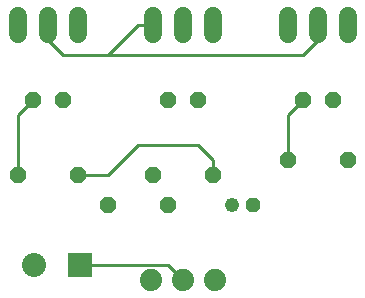
<source format=gbl>
G75*
G70*
%OFA0B0*%
%FSLAX24Y24*%
%IPPOS*%
%LPD*%
%AMOC8*
5,1,8,0,0,1.08239X$1,22.5*
%
%ADD10C,0.0600*%
%ADD11R,0.0800X0.0800*%
%ADD12C,0.0800*%
%ADD13OC8,0.0520*%
%ADD14OC8,0.0480*%
%ADD15C,0.0480*%
%ADD16C,0.0740*%
%ADD17C,0.0100*%
D10*
X001313Y010309D02*
X001313Y010909D01*
X002313Y010909D02*
X002313Y010309D01*
X003313Y010309D02*
X003313Y010909D01*
X005813Y010909D02*
X005813Y010309D01*
X006813Y010309D02*
X006813Y010909D01*
X007813Y010909D02*
X007813Y010309D01*
X010313Y010309D02*
X010313Y010909D01*
X011313Y010909D02*
X011313Y010309D01*
X012313Y010309D02*
X012313Y010909D01*
D11*
X003383Y002609D03*
D12*
X001865Y002609D03*
D13*
X004313Y004609D03*
X003313Y005609D03*
X001313Y005609D03*
X001813Y008109D03*
X002813Y008109D03*
X005813Y005609D03*
X006313Y004609D03*
X007813Y005609D03*
X010313Y006109D03*
X012313Y006109D03*
X011813Y008109D03*
X010813Y008109D03*
X007313Y008109D03*
X006313Y008109D03*
D14*
X009163Y004609D03*
D15*
X008463Y004609D03*
D16*
X007883Y002109D03*
X006813Y002109D03*
X005743Y002109D03*
D17*
X006313Y002609D02*
X003383Y002609D01*
X003313Y002609D01*
X006313Y002609D02*
X006813Y002109D01*
X007813Y005609D02*
X007813Y006109D01*
X007313Y006609D01*
X005313Y006609D01*
X004313Y005609D01*
X003313Y005609D01*
X001313Y005609D02*
X001313Y007609D01*
X001813Y008109D01*
X002813Y009609D02*
X002313Y010109D01*
X002313Y010609D01*
X002813Y009609D02*
X004313Y009609D01*
X010813Y009609D01*
X011313Y010109D01*
X011313Y010609D01*
X010813Y008109D02*
X010313Y007609D01*
X010313Y006109D01*
X005813Y010609D02*
X005313Y010609D01*
X004313Y009609D01*
M02*

</source>
